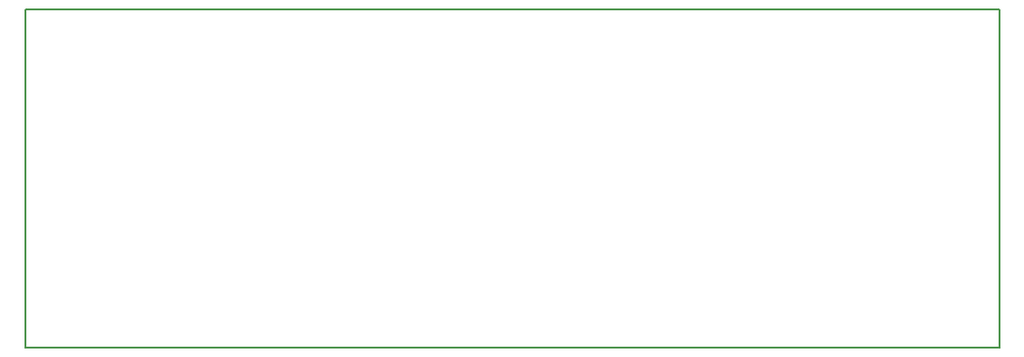
<source format=gm1>
G04 #@! TF.FileFunction,Profile,NP*
%FSLAX46Y46*%
G04 Gerber Fmt 4.6, Leading zero omitted, Abs format (unit mm)*
G04 Created by KiCad (PCBNEW 4.0.7) date 12/24/17 13:22:17*
%MOMM*%
%LPD*%
G01*
G04 APERTURE LIST*
%ADD10C,0.100000*%
%ADD11C,0.150000*%
G04 APERTURE END LIST*
D10*
D11*
X100330000Y-74930000D02*
X187960000Y-74930000D01*
X100330000Y-44450000D02*
X100330000Y-74930000D01*
X187960000Y-44450000D02*
X100330000Y-44450000D01*
X187960000Y-74930000D02*
X187960000Y-44450000D01*
M02*

</source>
